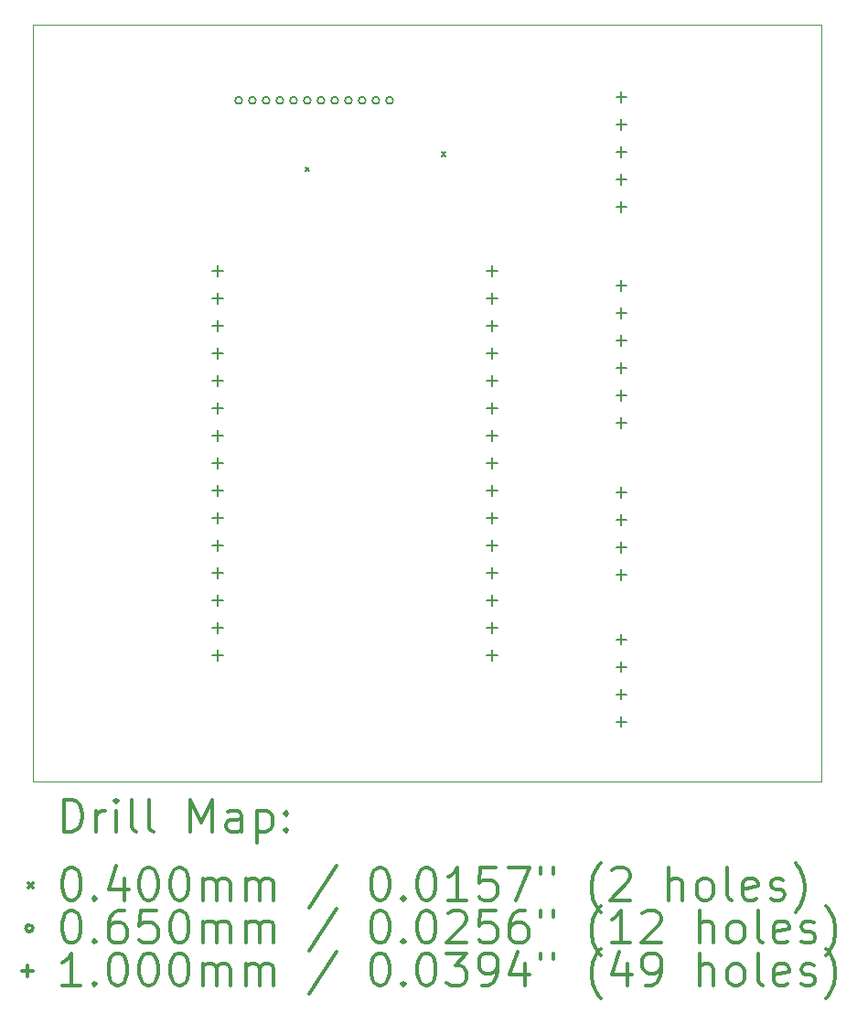
<source format=gbr>
%FSLAX45Y45*%
G04 Gerber Fmt 4.5, Leading zero omitted, Abs format (unit mm)*
G04 Created by KiCad (PCBNEW (5.1.10)-1) date 2022-02-10 20:55:54*
%MOMM*%
%LPD*%
G01*
G04 APERTURE LIST*
%TA.AperFunction,Profile*%
%ADD10C,0.050000*%
%TD*%
%ADD11C,0.200000*%
%ADD12C,0.300000*%
G04 APERTURE END LIST*
D10*
X10200000Y-7200000D02*
X10200000Y-14200000D01*
X17500000Y-7200000D02*
X10200000Y-7200000D01*
X17500000Y-14200000D02*
X17400000Y-14200000D01*
X17500000Y-7200000D02*
X17500000Y-14200000D01*
X17400000Y-14200000D02*
X10200000Y-14200000D01*
D11*
X12718000Y-8518000D02*
X12758000Y-8558000D01*
X12758000Y-8518000D02*
X12718000Y-8558000D01*
X13980000Y-8380000D02*
X14020000Y-8420000D01*
X14020000Y-8380000D02*
X13980000Y-8420000D01*
X12135500Y-7900000D02*
G75*
G03*
X12135500Y-7900000I-32500J0D01*
G01*
X12262500Y-7900000D02*
G75*
G03*
X12262500Y-7900000I-32500J0D01*
G01*
X12389500Y-7900000D02*
G75*
G03*
X12389500Y-7900000I-32500J0D01*
G01*
X12516500Y-7900000D02*
G75*
G03*
X12516500Y-7900000I-32500J0D01*
G01*
X12643500Y-7900000D02*
G75*
G03*
X12643500Y-7900000I-32500J0D01*
G01*
X12770500Y-7900000D02*
G75*
G03*
X12770500Y-7900000I-32500J0D01*
G01*
X12897500Y-7900000D02*
G75*
G03*
X12897500Y-7900000I-32500J0D01*
G01*
X13024500Y-7900000D02*
G75*
G03*
X13024500Y-7900000I-32500J0D01*
G01*
X13151500Y-7900000D02*
G75*
G03*
X13151500Y-7900000I-32500J0D01*
G01*
X13278500Y-7900000D02*
G75*
G03*
X13278500Y-7900000I-32500J0D01*
G01*
X13405500Y-7900000D02*
G75*
G03*
X13405500Y-7900000I-32500J0D01*
G01*
X13532500Y-7900000D02*
G75*
G03*
X13532500Y-7900000I-32500J0D01*
G01*
X11905284Y-9425024D02*
X11905284Y-9525024D01*
X11855284Y-9475024D02*
X11955284Y-9475024D01*
X11905284Y-9679024D02*
X11905284Y-9779024D01*
X11855284Y-9729024D02*
X11955284Y-9729024D01*
X11905284Y-9933024D02*
X11905284Y-10033024D01*
X11855284Y-9983024D02*
X11955284Y-9983024D01*
X11905284Y-10187024D02*
X11905284Y-10287024D01*
X11855284Y-10237024D02*
X11955284Y-10237024D01*
X11905284Y-10441024D02*
X11905284Y-10541024D01*
X11855284Y-10491024D02*
X11955284Y-10491024D01*
X11905284Y-10695024D02*
X11905284Y-10795024D01*
X11855284Y-10745024D02*
X11955284Y-10745024D01*
X11905284Y-10949024D02*
X11905284Y-11049024D01*
X11855284Y-10999024D02*
X11955284Y-10999024D01*
X11905284Y-11203024D02*
X11905284Y-11303024D01*
X11855284Y-11253024D02*
X11955284Y-11253024D01*
X11905284Y-11457024D02*
X11905284Y-11557024D01*
X11855284Y-11507024D02*
X11955284Y-11507024D01*
X11905284Y-11711024D02*
X11905284Y-11811024D01*
X11855284Y-11761024D02*
X11955284Y-11761024D01*
X11905284Y-11965024D02*
X11905284Y-12065024D01*
X11855284Y-12015024D02*
X11955284Y-12015024D01*
X11905284Y-12219024D02*
X11905284Y-12319024D01*
X11855284Y-12269024D02*
X11955284Y-12269024D01*
X11905284Y-12473024D02*
X11905284Y-12573024D01*
X11855284Y-12523024D02*
X11955284Y-12523024D01*
X11905284Y-12727024D02*
X11905284Y-12827024D01*
X11855284Y-12777024D02*
X11955284Y-12777024D01*
X11905284Y-12981024D02*
X11905284Y-13081024D01*
X11855284Y-13031024D02*
X11955284Y-13031024D01*
X14445784Y-9425024D02*
X14445784Y-9525024D01*
X14395784Y-9475024D02*
X14495784Y-9475024D01*
X14445784Y-9679024D02*
X14445784Y-9779024D01*
X14395784Y-9729024D02*
X14495784Y-9729024D01*
X14445784Y-9933024D02*
X14445784Y-10033024D01*
X14395784Y-9983024D02*
X14495784Y-9983024D01*
X14445784Y-10187024D02*
X14445784Y-10287024D01*
X14395784Y-10237024D02*
X14495784Y-10237024D01*
X14445784Y-10441024D02*
X14445784Y-10541024D01*
X14395784Y-10491024D02*
X14495784Y-10491024D01*
X14445784Y-10695024D02*
X14445784Y-10795024D01*
X14395784Y-10745024D02*
X14495784Y-10745024D01*
X14445784Y-10949024D02*
X14445784Y-11049024D01*
X14395784Y-10999024D02*
X14495784Y-10999024D01*
X14445784Y-11203024D02*
X14445784Y-11303024D01*
X14395784Y-11253024D02*
X14495784Y-11253024D01*
X14445784Y-11457024D02*
X14445784Y-11557024D01*
X14395784Y-11507024D02*
X14495784Y-11507024D01*
X14445784Y-11711024D02*
X14445784Y-11811024D01*
X14395784Y-11761024D02*
X14495784Y-11761024D01*
X14445784Y-11965024D02*
X14445784Y-12065024D01*
X14395784Y-12015024D02*
X14495784Y-12015024D01*
X14445784Y-12219024D02*
X14445784Y-12319024D01*
X14395784Y-12269024D02*
X14495784Y-12269024D01*
X14445784Y-12473024D02*
X14445784Y-12573024D01*
X14395784Y-12523024D02*
X14495784Y-12523024D01*
X14445784Y-12727024D02*
X14445784Y-12827024D01*
X14395784Y-12777024D02*
X14495784Y-12777024D01*
X14445784Y-12981024D02*
X14445784Y-13081024D01*
X14395784Y-13031024D02*
X14495784Y-13031024D01*
X15646292Y-7819092D02*
X15646292Y-7919092D01*
X15596292Y-7869092D02*
X15696292Y-7869092D01*
X15646292Y-8073092D02*
X15646292Y-8173092D01*
X15596292Y-8123092D02*
X15696292Y-8123092D01*
X15646292Y-8327092D02*
X15646292Y-8427092D01*
X15596292Y-8377092D02*
X15696292Y-8377092D01*
X15646292Y-8581092D02*
X15646292Y-8681092D01*
X15596292Y-8631092D02*
X15696292Y-8631092D01*
X15646292Y-8835092D02*
X15646292Y-8935092D01*
X15596292Y-8885092D02*
X15696292Y-8885092D01*
X15646292Y-9565092D02*
X15646292Y-9665092D01*
X15596292Y-9615092D02*
X15696292Y-9615092D01*
X15646292Y-9819092D02*
X15646292Y-9919092D01*
X15596292Y-9869092D02*
X15696292Y-9869092D01*
X15646292Y-10073092D02*
X15646292Y-10173092D01*
X15596292Y-10123092D02*
X15696292Y-10123092D01*
X15646292Y-10327092D02*
X15646292Y-10427092D01*
X15596292Y-10377092D02*
X15696292Y-10377092D01*
X15646292Y-10581092D02*
X15646292Y-10681092D01*
X15596292Y-10631092D02*
X15696292Y-10631092D01*
X15646292Y-10835092D02*
X15646292Y-10935092D01*
X15596292Y-10885092D02*
X15696292Y-10885092D01*
X15646292Y-11473092D02*
X15646292Y-11573092D01*
X15596292Y-11523092D02*
X15696292Y-11523092D01*
X15646292Y-11727092D02*
X15646292Y-11827092D01*
X15596292Y-11777092D02*
X15696292Y-11777092D01*
X15646292Y-11981092D02*
X15646292Y-12081092D01*
X15596292Y-12031092D02*
X15696292Y-12031092D01*
X15646292Y-12235092D02*
X15646292Y-12335092D01*
X15596292Y-12285092D02*
X15696292Y-12285092D01*
X15646292Y-12835092D02*
X15646292Y-12935092D01*
X15596292Y-12885092D02*
X15696292Y-12885092D01*
X15646292Y-13089092D02*
X15646292Y-13189092D01*
X15596292Y-13139092D02*
X15696292Y-13139092D01*
X15646292Y-13343092D02*
X15646292Y-13443092D01*
X15596292Y-13393092D02*
X15696292Y-13393092D01*
X15646292Y-13597092D02*
X15646292Y-13697092D01*
X15596292Y-13647092D02*
X15696292Y-13647092D01*
D12*
X10483928Y-14668214D02*
X10483928Y-14368214D01*
X10555357Y-14368214D01*
X10598214Y-14382500D01*
X10626786Y-14411071D01*
X10641071Y-14439643D01*
X10655357Y-14496786D01*
X10655357Y-14539643D01*
X10641071Y-14596786D01*
X10626786Y-14625357D01*
X10598214Y-14653929D01*
X10555357Y-14668214D01*
X10483928Y-14668214D01*
X10783928Y-14668214D02*
X10783928Y-14468214D01*
X10783928Y-14525357D02*
X10798214Y-14496786D01*
X10812500Y-14482500D01*
X10841071Y-14468214D01*
X10869643Y-14468214D01*
X10969643Y-14668214D02*
X10969643Y-14468214D01*
X10969643Y-14368214D02*
X10955357Y-14382500D01*
X10969643Y-14396786D01*
X10983928Y-14382500D01*
X10969643Y-14368214D01*
X10969643Y-14396786D01*
X11155357Y-14668214D02*
X11126786Y-14653929D01*
X11112500Y-14625357D01*
X11112500Y-14368214D01*
X11312500Y-14668214D02*
X11283928Y-14653929D01*
X11269643Y-14625357D01*
X11269643Y-14368214D01*
X11655357Y-14668214D02*
X11655357Y-14368214D01*
X11755357Y-14582500D01*
X11855357Y-14368214D01*
X11855357Y-14668214D01*
X12126786Y-14668214D02*
X12126786Y-14511071D01*
X12112500Y-14482500D01*
X12083928Y-14468214D01*
X12026786Y-14468214D01*
X11998214Y-14482500D01*
X12126786Y-14653929D02*
X12098214Y-14668214D01*
X12026786Y-14668214D01*
X11998214Y-14653929D01*
X11983928Y-14625357D01*
X11983928Y-14596786D01*
X11998214Y-14568214D01*
X12026786Y-14553929D01*
X12098214Y-14553929D01*
X12126786Y-14539643D01*
X12269643Y-14468214D02*
X12269643Y-14768214D01*
X12269643Y-14482500D02*
X12298214Y-14468214D01*
X12355357Y-14468214D01*
X12383928Y-14482500D01*
X12398214Y-14496786D01*
X12412500Y-14525357D01*
X12412500Y-14611071D01*
X12398214Y-14639643D01*
X12383928Y-14653929D01*
X12355357Y-14668214D01*
X12298214Y-14668214D01*
X12269643Y-14653929D01*
X12541071Y-14639643D02*
X12555357Y-14653929D01*
X12541071Y-14668214D01*
X12526786Y-14653929D01*
X12541071Y-14639643D01*
X12541071Y-14668214D01*
X12541071Y-14482500D02*
X12555357Y-14496786D01*
X12541071Y-14511071D01*
X12526786Y-14496786D01*
X12541071Y-14482500D01*
X12541071Y-14511071D01*
X10157500Y-15142500D02*
X10197500Y-15182500D01*
X10197500Y-15142500D02*
X10157500Y-15182500D01*
X10541071Y-14998214D02*
X10569643Y-14998214D01*
X10598214Y-15012500D01*
X10612500Y-15026786D01*
X10626786Y-15055357D01*
X10641071Y-15112500D01*
X10641071Y-15183929D01*
X10626786Y-15241071D01*
X10612500Y-15269643D01*
X10598214Y-15283929D01*
X10569643Y-15298214D01*
X10541071Y-15298214D01*
X10512500Y-15283929D01*
X10498214Y-15269643D01*
X10483928Y-15241071D01*
X10469643Y-15183929D01*
X10469643Y-15112500D01*
X10483928Y-15055357D01*
X10498214Y-15026786D01*
X10512500Y-15012500D01*
X10541071Y-14998214D01*
X10769643Y-15269643D02*
X10783928Y-15283929D01*
X10769643Y-15298214D01*
X10755357Y-15283929D01*
X10769643Y-15269643D01*
X10769643Y-15298214D01*
X11041071Y-15098214D02*
X11041071Y-15298214D01*
X10969643Y-14983929D02*
X10898214Y-15198214D01*
X11083928Y-15198214D01*
X11255357Y-14998214D02*
X11283928Y-14998214D01*
X11312500Y-15012500D01*
X11326786Y-15026786D01*
X11341071Y-15055357D01*
X11355357Y-15112500D01*
X11355357Y-15183929D01*
X11341071Y-15241071D01*
X11326786Y-15269643D01*
X11312500Y-15283929D01*
X11283928Y-15298214D01*
X11255357Y-15298214D01*
X11226786Y-15283929D01*
X11212500Y-15269643D01*
X11198214Y-15241071D01*
X11183928Y-15183929D01*
X11183928Y-15112500D01*
X11198214Y-15055357D01*
X11212500Y-15026786D01*
X11226786Y-15012500D01*
X11255357Y-14998214D01*
X11541071Y-14998214D02*
X11569643Y-14998214D01*
X11598214Y-15012500D01*
X11612500Y-15026786D01*
X11626786Y-15055357D01*
X11641071Y-15112500D01*
X11641071Y-15183929D01*
X11626786Y-15241071D01*
X11612500Y-15269643D01*
X11598214Y-15283929D01*
X11569643Y-15298214D01*
X11541071Y-15298214D01*
X11512500Y-15283929D01*
X11498214Y-15269643D01*
X11483928Y-15241071D01*
X11469643Y-15183929D01*
X11469643Y-15112500D01*
X11483928Y-15055357D01*
X11498214Y-15026786D01*
X11512500Y-15012500D01*
X11541071Y-14998214D01*
X11769643Y-15298214D02*
X11769643Y-15098214D01*
X11769643Y-15126786D02*
X11783928Y-15112500D01*
X11812500Y-15098214D01*
X11855357Y-15098214D01*
X11883928Y-15112500D01*
X11898214Y-15141071D01*
X11898214Y-15298214D01*
X11898214Y-15141071D02*
X11912500Y-15112500D01*
X11941071Y-15098214D01*
X11983928Y-15098214D01*
X12012500Y-15112500D01*
X12026786Y-15141071D01*
X12026786Y-15298214D01*
X12169643Y-15298214D02*
X12169643Y-15098214D01*
X12169643Y-15126786D02*
X12183928Y-15112500D01*
X12212500Y-15098214D01*
X12255357Y-15098214D01*
X12283928Y-15112500D01*
X12298214Y-15141071D01*
X12298214Y-15298214D01*
X12298214Y-15141071D02*
X12312500Y-15112500D01*
X12341071Y-15098214D01*
X12383928Y-15098214D01*
X12412500Y-15112500D01*
X12426786Y-15141071D01*
X12426786Y-15298214D01*
X13012500Y-14983929D02*
X12755357Y-15369643D01*
X13398214Y-14998214D02*
X13426786Y-14998214D01*
X13455357Y-15012500D01*
X13469643Y-15026786D01*
X13483928Y-15055357D01*
X13498214Y-15112500D01*
X13498214Y-15183929D01*
X13483928Y-15241071D01*
X13469643Y-15269643D01*
X13455357Y-15283929D01*
X13426786Y-15298214D01*
X13398214Y-15298214D01*
X13369643Y-15283929D01*
X13355357Y-15269643D01*
X13341071Y-15241071D01*
X13326786Y-15183929D01*
X13326786Y-15112500D01*
X13341071Y-15055357D01*
X13355357Y-15026786D01*
X13369643Y-15012500D01*
X13398214Y-14998214D01*
X13626786Y-15269643D02*
X13641071Y-15283929D01*
X13626786Y-15298214D01*
X13612500Y-15283929D01*
X13626786Y-15269643D01*
X13626786Y-15298214D01*
X13826786Y-14998214D02*
X13855357Y-14998214D01*
X13883928Y-15012500D01*
X13898214Y-15026786D01*
X13912500Y-15055357D01*
X13926786Y-15112500D01*
X13926786Y-15183929D01*
X13912500Y-15241071D01*
X13898214Y-15269643D01*
X13883928Y-15283929D01*
X13855357Y-15298214D01*
X13826786Y-15298214D01*
X13798214Y-15283929D01*
X13783928Y-15269643D01*
X13769643Y-15241071D01*
X13755357Y-15183929D01*
X13755357Y-15112500D01*
X13769643Y-15055357D01*
X13783928Y-15026786D01*
X13798214Y-15012500D01*
X13826786Y-14998214D01*
X14212500Y-15298214D02*
X14041071Y-15298214D01*
X14126786Y-15298214D02*
X14126786Y-14998214D01*
X14098214Y-15041071D01*
X14069643Y-15069643D01*
X14041071Y-15083929D01*
X14483928Y-14998214D02*
X14341071Y-14998214D01*
X14326786Y-15141071D01*
X14341071Y-15126786D01*
X14369643Y-15112500D01*
X14441071Y-15112500D01*
X14469643Y-15126786D01*
X14483928Y-15141071D01*
X14498214Y-15169643D01*
X14498214Y-15241071D01*
X14483928Y-15269643D01*
X14469643Y-15283929D01*
X14441071Y-15298214D01*
X14369643Y-15298214D01*
X14341071Y-15283929D01*
X14326786Y-15269643D01*
X14598214Y-14998214D02*
X14798214Y-14998214D01*
X14669643Y-15298214D01*
X14898214Y-14998214D02*
X14898214Y-15055357D01*
X15012500Y-14998214D02*
X15012500Y-15055357D01*
X15455357Y-15412500D02*
X15441071Y-15398214D01*
X15412500Y-15355357D01*
X15398214Y-15326786D01*
X15383928Y-15283929D01*
X15369643Y-15212500D01*
X15369643Y-15155357D01*
X15383928Y-15083929D01*
X15398214Y-15041071D01*
X15412500Y-15012500D01*
X15441071Y-14969643D01*
X15455357Y-14955357D01*
X15555357Y-15026786D02*
X15569643Y-15012500D01*
X15598214Y-14998214D01*
X15669643Y-14998214D01*
X15698214Y-15012500D01*
X15712500Y-15026786D01*
X15726786Y-15055357D01*
X15726786Y-15083929D01*
X15712500Y-15126786D01*
X15541071Y-15298214D01*
X15726786Y-15298214D01*
X16083928Y-15298214D02*
X16083928Y-14998214D01*
X16212500Y-15298214D02*
X16212500Y-15141071D01*
X16198214Y-15112500D01*
X16169643Y-15098214D01*
X16126786Y-15098214D01*
X16098214Y-15112500D01*
X16083928Y-15126786D01*
X16398214Y-15298214D02*
X16369643Y-15283929D01*
X16355357Y-15269643D01*
X16341071Y-15241071D01*
X16341071Y-15155357D01*
X16355357Y-15126786D01*
X16369643Y-15112500D01*
X16398214Y-15098214D01*
X16441071Y-15098214D01*
X16469643Y-15112500D01*
X16483928Y-15126786D01*
X16498214Y-15155357D01*
X16498214Y-15241071D01*
X16483928Y-15269643D01*
X16469643Y-15283929D01*
X16441071Y-15298214D01*
X16398214Y-15298214D01*
X16669643Y-15298214D02*
X16641071Y-15283929D01*
X16626786Y-15255357D01*
X16626786Y-14998214D01*
X16898214Y-15283929D02*
X16869643Y-15298214D01*
X16812500Y-15298214D01*
X16783928Y-15283929D01*
X16769643Y-15255357D01*
X16769643Y-15141071D01*
X16783928Y-15112500D01*
X16812500Y-15098214D01*
X16869643Y-15098214D01*
X16898214Y-15112500D01*
X16912500Y-15141071D01*
X16912500Y-15169643D01*
X16769643Y-15198214D01*
X17026786Y-15283929D02*
X17055357Y-15298214D01*
X17112500Y-15298214D01*
X17141071Y-15283929D01*
X17155357Y-15255357D01*
X17155357Y-15241071D01*
X17141071Y-15212500D01*
X17112500Y-15198214D01*
X17069643Y-15198214D01*
X17041071Y-15183929D01*
X17026786Y-15155357D01*
X17026786Y-15141071D01*
X17041071Y-15112500D01*
X17069643Y-15098214D01*
X17112500Y-15098214D01*
X17141071Y-15112500D01*
X17255357Y-15412500D02*
X17269643Y-15398214D01*
X17298214Y-15355357D01*
X17312500Y-15326786D01*
X17326786Y-15283929D01*
X17341071Y-15212500D01*
X17341071Y-15155357D01*
X17326786Y-15083929D01*
X17312500Y-15041071D01*
X17298214Y-15012500D01*
X17269643Y-14969643D01*
X17255357Y-14955357D01*
X10197500Y-15558500D02*
G75*
G03*
X10197500Y-15558500I-32500J0D01*
G01*
X10541071Y-15394214D02*
X10569643Y-15394214D01*
X10598214Y-15408500D01*
X10612500Y-15422786D01*
X10626786Y-15451357D01*
X10641071Y-15508500D01*
X10641071Y-15579929D01*
X10626786Y-15637071D01*
X10612500Y-15665643D01*
X10598214Y-15679929D01*
X10569643Y-15694214D01*
X10541071Y-15694214D01*
X10512500Y-15679929D01*
X10498214Y-15665643D01*
X10483928Y-15637071D01*
X10469643Y-15579929D01*
X10469643Y-15508500D01*
X10483928Y-15451357D01*
X10498214Y-15422786D01*
X10512500Y-15408500D01*
X10541071Y-15394214D01*
X10769643Y-15665643D02*
X10783928Y-15679929D01*
X10769643Y-15694214D01*
X10755357Y-15679929D01*
X10769643Y-15665643D01*
X10769643Y-15694214D01*
X11041071Y-15394214D02*
X10983928Y-15394214D01*
X10955357Y-15408500D01*
X10941071Y-15422786D01*
X10912500Y-15465643D01*
X10898214Y-15522786D01*
X10898214Y-15637071D01*
X10912500Y-15665643D01*
X10926786Y-15679929D01*
X10955357Y-15694214D01*
X11012500Y-15694214D01*
X11041071Y-15679929D01*
X11055357Y-15665643D01*
X11069643Y-15637071D01*
X11069643Y-15565643D01*
X11055357Y-15537071D01*
X11041071Y-15522786D01*
X11012500Y-15508500D01*
X10955357Y-15508500D01*
X10926786Y-15522786D01*
X10912500Y-15537071D01*
X10898214Y-15565643D01*
X11341071Y-15394214D02*
X11198214Y-15394214D01*
X11183928Y-15537071D01*
X11198214Y-15522786D01*
X11226786Y-15508500D01*
X11298214Y-15508500D01*
X11326786Y-15522786D01*
X11341071Y-15537071D01*
X11355357Y-15565643D01*
X11355357Y-15637071D01*
X11341071Y-15665643D01*
X11326786Y-15679929D01*
X11298214Y-15694214D01*
X11226786Y-15694214D01*
X11198214Y-15679929D01*
X11183928Y-15665643D01*
X11541071Y-15394214D02*
X11569643Y-15394214D01*
X11598214Y-15408500D01*
X11612500Y-15422786D01*
X11626786Y-15451357D01*
X11641071Y-15508500D01*
X11641071Y-15579929D01*
X11626786Y-15637071D01*
X11612500Y-15665643D01*
X11598214Y-15679929D01*
X11569643Y-15694214D01*
X11541071Y-15694214D01*
X11512500Y-15679929D01*
X11498214Y-15665643D01*
X11483928Y-15637071D01*
X11469643Y-15579929D01*
X11469643Y-15508500D01*
X11483928Y-15451357D01*
X11498214Y-15422786D01*
X11512500Y-15408500D01*
X11541071Y-15394214D01*
X11769643Y-15694214D02*
X11769643Y-15494214D01*
X11769643Y-15522786D02*
X11783928Y-15508500D01*
X11812500Y-15494214D01*
X11855357Y-15494214D01*
X11883928Y-15508500D01*
X11898214Y-15537071D01*
X11898214Y-15694214D01*
X11898214Y-15537071D02*
X11912500Y-15508500D01*
X11941071Y-15494214D01*
X11983928Y-15494214D01*
X12012500Y-15508500D01*
X12026786Y-15537071D01*
X12026786Y-15694214D01*
X12169643Y-15694214D02*
X12169643Y-15494214D01*
X12169643Y-15522786D02*
X12183928Y-15508500D01*
X12212500Y-15494214D01*
X12255357Y-15494214D01*
X12283928Y-15508500D01*
X12298214Y-15537071D01*
X12298214Y-15694214D01*
X12298214Y-15537071D02*
X12312500Y-15508500D01*
X12341071Y-15494214D01*
X12383928Y-15494214D01*
X12412500Y-15508500D01*
X12426786Y-15537071D01*
X12426786Y-15694214D01*
X13012500Y-15379929D02*
X12755357Y-15765643D01*
X13398214Y-15394214D02*
X13426786Y-15394214D01*
X13455357Y-15408500D01*
X13469643Y-15422786D01*
X13483928Y-15451357D01*
X13498214Y-15508500D01*
X13498214Y-15579929D01*
X13483928Y-15637071D01*
X13469643Y-15665643D01*
X13455357Y-15679929D01*
X13426786Y-15694214D01*
X13398214Y-15694214D01*
X13369643Y-15679929D01*
X13355357Y-15665643D01*
X13341071Y-15637071D01*
X13326786Y-15579929D01*
X13326786Y-15508500D01*
X13341071Y-15451357D01*
X13355357Y-15422786D01*
X13369643Y-15408500D01*
X13398214Y-15394214D01*
X13626786Y-15665643D02*
X13641071Y-15679929D01*
X13626786Y-15694214D01*
X13612500Y-15679929D01*
X13626786Y-15665643D01*
X13626786Y-15694214D01*
X13826786Y-15394214D02*
X13855357Y-15394214D01*
X13883928Y-15408500D01*
X13898214Y-15422786D01*
X13912500Y-15451357D01*
X13926786Y-15508500D01*
X13926786Y-15579929D01*
X13912500Y-15637071D01*
X13898214Y-15665643D01*
X13883928Y-15679929D01*
X13855357Y-15694214D01*
X13826786Y-15694214D01*
X13798214Y-15679929D01*
X13783928Y-15665643D01*
X13769643Y-15637071D01*
X13755357Y-15579929D01*
X13755357Y-15508500D01*
X13769643Y-15451357D01*
X13783928Y-15422786D01*
X13798214Y-15408500D01*
X13826786Y-15394214D01*
X14041071Y-15422786D02*
X14055357Y-15408500D01*
X14083928Y-15394214D01*
X14155357Y-15394214D01*
X14183928Y-15408500D01*
X14198214Y-15422786D01*
X14212500Y-15451357D01*
X14212500Y-15479929D01*
X14198214Y-15522786D01*
X14026786Y-15694214D01*
X14212500Y-15694214D01*
X14483928Y-15394214D02*
X14341071Y-15394214D01*
X14326786Y-15537071D01*
X14341071Y-15522786D01*
X14369643Y-15508500D01*
X14441071Y-15508500D01*
X14469643Y-15522786D01*
X14483928Y-15537071D01*
X14498214Y-15565643D01*
X14498214Y-15637071D01*
X14483928Y-15665643D01*
X14469643Y-15679929D01*
X14441071Y-15694214D01*
X14369643Y-15694214D01*
X14341071Y-15679929D01*
X14326786Y-15665643D01*
X14755357Y-15394214D02*
X14698214Y-15394214D01*
X14669643Y-15408500D01*
X14655357Y-15422786D01*
X14626786Y-15465643D01*
X14612500Y-15522786D01*
X14612500Y-15637071D01*
X14626786Y-15665643D01*
X14641071Y-15679929D01*
X14669643Y-15694214D01*
X14726786Y-15694214D01*
X14755357Y-15679929D01*
X14769643Y-15665643D01*
X14783928Y-15637071D01*
X14783928Y-15565643D01*
X14769643Y-15537071D01*
X14755357Y-15522786D01*
X14726786Y-15508500D01*
X14669643Y-15508500D01*
X14641071Y-15522786D01*
X14626786Y-15537071D01*
X14612500Y-15565643D01*
X14898214Y-15394214D02*
X14898214Y-15451357D01*
X15012500Y-15394214D02*
X15012500Y-15451357D01*
X15455357Y-15808500D02*
X15441071Y-15794214D01*
X15412500Y-15751357D01*
X15398214Y-15722786D01*
X15383928Y-15679929D01*
X15369643Y-15608500D01*
X15369643Y-15551357D01*
X15383928Y-15479929D01*
X15398214Y-15437071D01*
X15412500Y-15408500D01*
X15441071Y-15365643D01*
X15455357Y-15351357D01*
X15726786Y-15694214D02*
X15555357Y-15694214D01*
X15641071Y-15694214D02*
X15641071Y-15394214D01*
X15612500Y-15437071D01*
X15583928Y-15465643D01*
X15555357Y-15479929D01*
X15841071Y-15422786D02*
X15855357Y-15408500D01*
X15883928Y-15394214D01*
X15955357Y-15394214D01*
X15983928Y-15408500D01*
X15998214Y-15422786D01*
X16012500Y-15451357D01*
X16012500Y-15479929D01*
X15998214Y-15522786D01*
X15826786Y-15694214D01*
X16012500Y-15694214D01*
X16369643Y-15694214D02*
X16369643Y-15394214D01*
X16498214Y-15694214D02*
X16498214Y-15537071D01*
X16483928Y-15508500D01*
X16455357Y-15494214D01*
X16412500Y-15494214D01*
X16383928Y-15508500D01*
X16369643Y-15522786D01*
X16683928Y-15694214D02*
X16655357Y-15679929D01*
X16641071Y-15665643D01*
X16626786Y-15637071D01*
X16626786Y-15551357D01*
X16641071Y-15522786D01*
X16655357Y-15508500D01*
X16683928Y-15494214D01*
X16726786Y-15494214D01*
X16755357Y-15508500D01*
X16769643Y-15522786D01*
X16783928Y-15551357D01*
X16783928Y-15637071D01*
X16769643Y-15665643D01*
X16755357Y-15679929D01*
X16726786Y-15694214D01*
X16683928Y-15694214D01*
X16955357Y-15694214D02*
X16926786Y-15679929D01*
X16912500Y-15651357D01*
X16912500Y-15394214D01*
X17183928Y-15679929D02*
X17155357Y-15694214D01*
X17098214Y-15694214D01*
X17069643Y-15679929D01*
X17055357Y-15651357D01*
X17055357Y-15537071D01*
X17069643Y-15508500D01*
X17098214Y-15494214D01*
X17155357Y-15494214D01*
X17183928Y-15508500D01*
X17198214Y-15537071D01*
X17198214Y-15565643D01*
X17055357Y-15594214D01*
X17312500Y-15679929D02*
X17341071Y-15694214D01*
X17398214Y-15694214D01*
X17426786Y-15679929D01*
X17441071Y-15651357D01*
X17441071Y-15637071D01*
X17426786Y-15608500D01*
X17398214Y-15594214D01*
X17355357Y-15594214D01*
X17326786Y-15579929D01*
X17312500Y-15551357D01*
X17312500Y-15537071D01*
X17326786Y-15508500D01*
X17355357Y-15494214D01*
X17398214Y-15494214D01*
X17426786Y-15508500D01*
X17541071Y-15808500D02*
X17555357Y-15794214D01*
X17583928Y-15751357D01*
X17598214Y-15722786D01*
X17612500Y-15679929D01*
X17626786Y-15608500D01*
X17626786Y-15551357D01*
X17612500Y-15479929D01*
X17598214Y-15437071D01*
X17583928Y-15408500D01*
X17555357Y-15365643D01*
X17541071Y-15351357D01*
X10147500Y-15904500D02*
X10147500Y-16004500D01*
X10097500Y-15954500D02*
X10197500Y-15954500D01*
X10641071Y-16090214D02*
X10469643Y-16090214D01*
X10555357Y-16090214D02*
X10555357Y-15790214D01*
X10526786Y-15833071D01*
X10498214Y-15861643D01*
X10469643Y-15875929D01*
X10769643Y-16061643D02*
X10783928Y-16075929D01*
X10769643Y-16090214D01*
X10755357Y-16075929D01*
X10769643Y-16061643D01*
X10769643Y-16090214D01*
X10969643Y-15790214D02*
X10998214Y-15790214D01*
X11026786Y-15804500D01*
X11041071Y-15818786D01*
X11055357Y-15847357D01*
X11069643Y-15904500D01*
X11069643Y-15975929D01*
X11055357Y-16033071D01*
X11041071Y-16061643D01*
X11026786Y-16075929D01*
X10998214Y-16090214D01*
X10969643Y-16090214D01*
X10941071Y-16075929D01*
X10926786Y-16061643D01*
X10912500Y-16033071D01*
X10898214Y-15975929D01*
X10898214Y-15904500D01*
X10912500Y-15847357D01*
X10926786Y-15818786D01*
X10941071Y-15804500D01*
X10969643Y-15790214D01*
X11255357Y-15790214D02*
X11283928Y-15790214D01*
X11312500Y-15804500D01*
X11326786Y-15818786D01*
X11341071Y-15847357D01*
X11355357Y-15904500D01*
X11355357Y-15975929D01*
X11341071Y-16033071D01*
X11326786Y-16061643D01*
X11312500Y-16075929D01*
X11283928Y-16090214D01*
X11255357Y-16090214D01*
X11226786Y-16075929D01*
X11212500Y-16061643D01*
X11198214Y-16033071D01*
X11183928Y-15975929D01*
X11183928Y-15904500D01*
X11198214Y-15847357D01*
X11212500Y-15818786D01*
X11226786Y-15804500D01*
X11255357Y-15790214D01*
X11541071Y-15790214D02*
X11569643Y-15790214D01*
X11598214Y-15804500D01*
X11612500Y-15818786D01*
X11626786Y-15847357D01*
X11641071Y-15904500D01*
X11641071Y-15975929D01*
X11626786Y-16033071D01*
X11612500Y-16061643D01*
X11598214Y-16075929D01*
X11569643Y-16090214D01*
X11541071Y-16090214D01*
X11512500Y-16075929D01*
X11498214Y-16061643D01*
X11483928Y-16033071D01*
X11469643Y-15975929D01*
X11469643Y-15904500D01*
X11483928Y-15847357D01*
X11498214Y-15818786D01*
X11512500Y-15804500D01*
X11541071Y-15790214D01*
X11769643Y-16090214D02*
X11769643Y-15890214D01*
X11769643Y-15918786D02*
X11783928Y-15904500D01*
X11812500Y-15890214D01*
X11855357Y-15890214D01*
X11883928Y-15904500D01*
X11898214Y-15933071D01*
X11898214Y-16090214D01*
X11898214Y-15933071D02*
X11912500Y-15904500D01*
X11941071Y-15890214D01*
X11983928Y-15890214D01*
X12012500Y-15904500D01*
X12026786Y-15933071D01*
X12026786Y-16090214D01*
X12169643Y-16090214D02*
X12169643Y-15890214D01*
X12169643Y-15918786D02*
X12183928Y-15904500D01*
X12212500Y-15890214D01*
X12255357Y-15890214D01*
X12283928Y-15904500D01*
X12298214Y-15933071D01*
X12298214Y-16090214D01*
X12298214Y-15933071D02*
X12312500Y-15904500D01*
X12341071Y-15890214D01*
X12383928Y-15890214D01*
X12412500Y-15904500D01*
X12426786Y-15933071D01*
X12426786Y-16090214D01*
X13012500Y-15775929D02*
X12755357Y-16161643D01*
X13398214Y-15790214D02*
X13426786Y-15790214D01*
X13455357Y-15804500D01*
X13469643Y-15818786D01*
X13483928Y-15847357D01*
X13498214Y-15904500D01*
X13498214Y-15975929D01*
X13483928Y-16033071D01*
X13469643Y-16061643D01*
X13455357Y-16075929D01*
X13426786Y-16090214D01*
X13398214Y-16090214D01*
X13369643Y-16075929D01*
X13355357Y-16061643D01*
X13341071Y-16033071D01*
X13326786Y-15975929D01*
X13326786Y-15904500D01*
X13341071Y-15847357D01*
X13355357Y-15818786D01*
X13369643Y-15804500D01*
X13398214Y-15790214D01*
X13626786Y-16061643D02*
X13641071Y-16075929D01*
X13626786Y-16090214D01*
X13612500Y-16075929D01*
X13626786Y-16061643D01*
X13626786Y-16090214D01*
X13826786Y-15790214D02*
X13855357Y-15790214D01*
X13883928Y-15804500D01*
X13898214Y-15818786D01*
X13912500Y-15847357D01*
X13926786Y-15904500D01*
X13926786Y-15975929D01*
X13912500Y-16033071D01*
X13898214Y-16061643D01*
X13883928Y-16075929D01*
X13855357Y-16090214D01*
X13826786Y-16090214D01*
X13798214Y-16075929D01*
X13783928Y-16061643D01*
X13769643Y-16033071D01*
X13755357Y-15975929D01*
X13755357Y-15904500D01*
X13769643Y-15847357D01*
X13783928Y-15818786D01*
X13798214Y-15804500D01*
X13826786Y-15790214D01*
X14026786Y-15790214D02*
X14212500Y-15790214D01*
X14112500Y-15904500D01*
X14155357Y-15904500D01*
X14183928Y-15918786D01*
X14198214Y-15933071D01*
X14212500Y-15961643D01*
X14212500Y-16033071D01*
X14198214Y-16061643D01*
X14183928Y-16075929D01*
X14155357Y-16090214D01*
X14069643Y-16090214D01*
X14041071Y-16075929D01*
X14026786Y-16061643D01*
X14355357Y-16090214D02*
X14412500Y-16090214D01*
X14441071Y-16075929D01*
X14455357Y-16061643D01*
X14483928Y-16018786D01*
X14498214Y-15961643D01*
X14498214Y-15847357D01*
X14483928Y-15818786D01*
X14469643Y-15804500D01*
X14441071Y-15790214D01*
X14383928Y-15790214D01*
X14355357Y-15804500D01*
X14341071Y-15818786D01*
X14326786Y-15847357D01*
X14326786Y-15918786D01*
X14341071Y-15947357D01*
X14355357Y-15961643D01*
X14383928Y-15975929D01*
X14441071Y-15975929D01*
X14469643Y-15961643D01*
X14483928Y-15947357D01*
X14498214Y-15918786D01*
X14755357Y-15890214D02*
X14755357Y-16090214D01*
X14683928Y-15775929D02*
X14612500Y-15990214D01*
X14798214Y-15990214D01*
X14898214Y-15790214D02*
X14898214Y-15847357D01*
X15012500Y-15790214D02*
X15012500Y-15847357D01*
X15455357Y-16204500D02*
X15441071Y-16190214D01*
X15412500Y-16147357D01*
X15398214Y-16118786D01*
X15383928Y-16075929D01*
X15369643Y-16004500D01*
X15369643Y-15947357D01*
X15383928Y-15875929D01*
X15398214Y-15833071D01*
X15412500Y-15804500D01*
X15441071Y-15761643D01*
X15455357Y-15747357D01*
X15698214Y-15890214D02*
X15698214Y-16090214D01*
X15626786Y-15775929D02*
X15555357Y-15990214D01*
X15741071Y-15990214D01*
X15869643Y-16090214D02*
X15926786Y-16090214D01*
X15955357Y-16075929D01*
X15969643Y-16061643D01*
X15998214Y-16018786D01*
X16012500Y-15961643D01*
X16012500Y-15847357D01*
X15998214Y-15818786D01*
X15983928Y-15804500D01*
X15955357Y-15790214D01*
X15898214Y-15790214D01*
X15869643Y-15804500D01*
X15855357Y-15818786D01*
X15841071Y-15847357D01*
X15841071Y-15918786D01*
X15855357Y-15947357D01*
X15869643Y-15961643D01*
X15898214Y-15975929D01*
X15955357Y-15975929D01*
X15983928Y-15961643D01*
X15998214Y-15947357D01*
X16012500Y-15918786D01*
X16369643Y-16090214D02*
X16369643Y-15790214D01*
X16498214Y-16090214D02*
X16498214Y-15933071D01*
X16483928Y-15904500D01*
X16455357Y-15890214D01*
X16412500Y-15890214D01*
X16383928Y-15904500D01*
X16369643Y-15918786D01*
X16683928Y-16090214D02*
X16655357Y-16075929D01*
X16641071Y-16061643D01*
X16626786Y-16033071D01*
X16626786Y-15947357D01*
X16641071Y-15918786D01*
X16655357Y-15904500D01*
X16683928Y-15890214D01*
X16726786Y-15890214D01*
X16755357Y-15904500D01*
X16769643Y-15918786D01*
X16783928Y-15947357D01*
X16783928Y-16033071D01*
X16769643Y-16061643D01*
X16755357Y-16075929D01*
X16726786Y-16090214D01*
X16683928Y-16090214D01*
X16955357Y-16090214D02*
X16926786Y-16075929D01*
X16912500Y-16047357D01*
X16912500Y-15790214D01*
X17183928Y-16075929D02*
X17155357Y-16090214D01*
X17098214Y-16090214D01*
X17069643Y-16075929D01*
X17055357Y-16047357D01*
X17055357Y-15933071D01*
X17069643Y-15904500D01*
X17098214Y-15890214D01*
X17155357Y-15890214D01*
X17183928Y-15904500D01*
X17198214Y-15933071D01*
X17198214Y-15961643D01*
X17055357Y-15990214D01*
X17312500Y-16075929D02*
X17341071Y-16090214D01*
X17398214Y-16090214D01*
X17426786Y-16075929D01*
X17441071Y-16047357D01*
X17441071Y-16033071D01*
X17426786Y-16004500D01*
X17398214Y-15990214D01*
X17355357Y-15990214D01*
X17326786Y-15975929D01*
X17312500Y-15947357D01*
X17312500Y-15933071D01*
X17326786Y-15904500D01*
X17355357Y-15890214D01*
X17398214Y-15890214D01*
X17426786Y-15904500D01*
X17541071Y-16204500D02*
X17555357Y-16190214D01*
X17583928Y-16147357D01*
X17598214Y-16118786D01*
X17612500Y-16075929D01*
X17626786Y-16004500D01*
X17626786Y-15947357D01*
X17612500Y-15875929D01*
X17598214Y-15833071D01*
X17583928Y-15804500D01*
X17555357Y-15761643D01*
X17541071Y-15747357D01*
M02*

</source>
